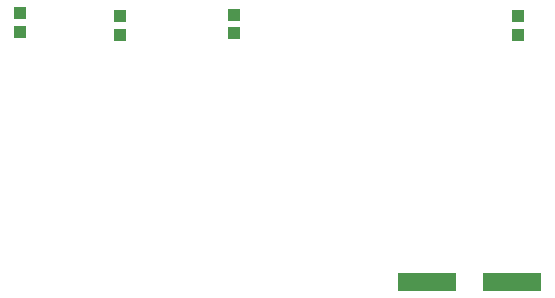
<source format=gtp>
G04 Layer: TopPasteMaskLayer*
G04 EasyEDA v6.4.19.5, 2021-05-20T10:28:44+07:00*
G04 27e653f2f64e4e94b3cc02e3c5d75013,8de9fd2be1ea41df81dd73b3f080cf7e,10*
G04 Gerber Generator version 0.2*
G04 Scale: 100 percent, Rotated: No, Reflected: No *
G04 Dimensions in millimeters *
G04 leading zeros omitted , absolute positions ,4 integer and 5 decimal *
%FSLAX45Y45*%
%MOMM*%

%ADD11R,5.0000X1.5000*%
%ADD12R,1.1000X1.0000*%

%LPD*%
D11*
G01*
X11374805Y1511300D03*
G01*
X12094794Y1511300D03*
D12*
G01*
X9740900Y3615705D03*
G01*
X9740900Y3775699D03*
G01*
X8775700Y3603005D03*
G01*
X8775700Y3762999D03*
G01*
X7924800Y3628405D03*
G01*
X7924800Y3788399D03*
G01*
X12141200Y3603005D03*
G01*
X12141200Y3762999D03*
M02*

</source>
